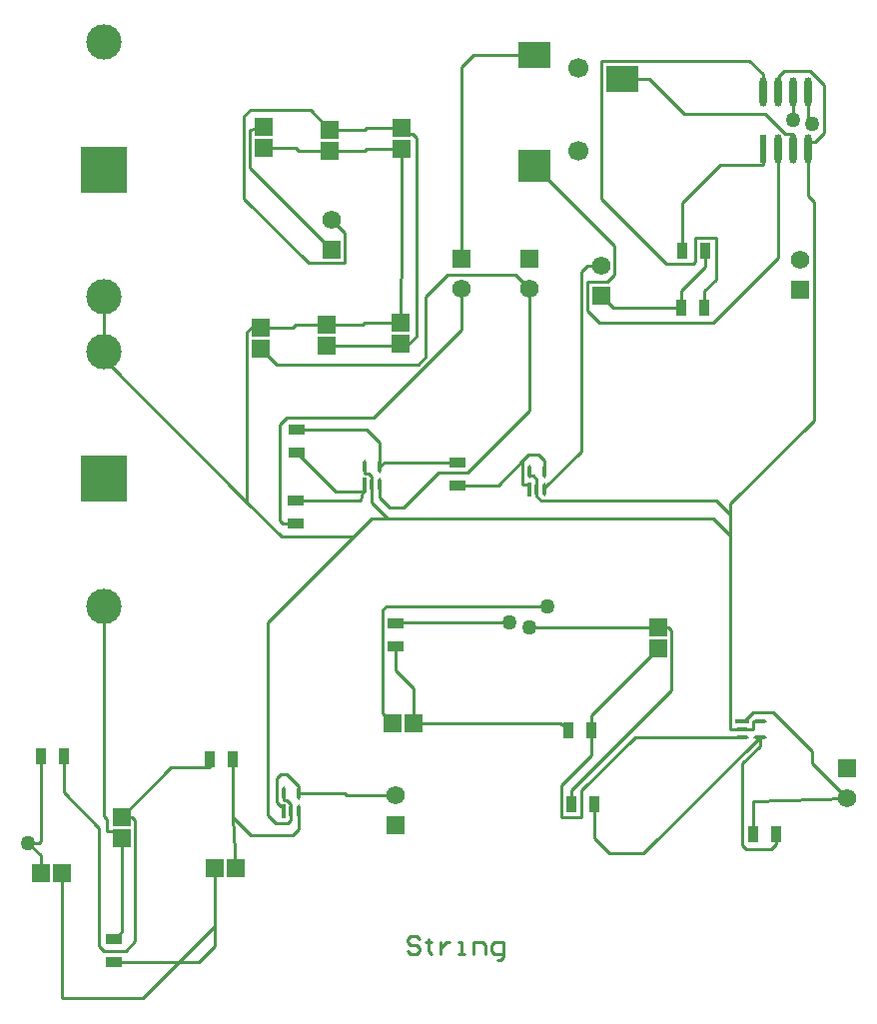
<source format=gtl>
G04*
G04 #@! TF.GenerationSoftware,Altium Limited,Altium Designer,21.5.1 (32)*
G04*
G04 Layer_Physical_Order=1*
G04 Layer_Color=255*
%FSLAX25Y25*%
%MOIN*%
G70*
G04*
G04 #@! TF.SameCoordinates,B2D6323A-8D7E-4EAA-9919-96392ECDF185*
G04*
G04*
G04 #@! TF.FilePolarity,Positive*
G04*
G01*
G75*
%ADD13C,0.01000*%
%ADD14R,0.15590X0.15590*%
%ADD15R,0.11024X0.08661*%
%ADD16R,0.11024X0.11024*%
G04:AMPARAMS|DCode=17|XSize=97.4mil|YSize=24.49mil|CornerRadius=12.25mil|HoleSize=0mil|Usage=FLASHONLY|Rotation=90.000|XOffset=0mil|YOffset=0mil|HoleType=Round|Shape=RoundedRectangle|*
%AMROUNDEDRECTD17*
21,1,0.09740,0.00000,0,0,90.0*
21,1,0.07291,0.02449,0,0,90.0*
1,1,0.02449,0.00000,0.03646*
1,1,0.02449,0.00000,-0.03646*
1,1,0.02449,0.00000,-0.03646*
1,1,0.02449,0.00000,0.03646*
%
%ADD17ROUNDEDRECTD17*%
%ADD18R,0.02449X0.09740*%
%ADD19R,0.06102X0.06102*%
%ADD20R,0.04583X0.01322*%
G04:AMPARAMS|DCode=21|XSize=45.83mil|YSize=13.22mil|CornerRadius=6.61mil|HoleSize=0mil|Usage=FLASHONLY|Rotation=0.000|XOffset=0mil|YOffset=0mil|HoleType=Round|Shape=RoundedRectangle|*
%AMROUNDEDRECTD21*
21,1,0.04583,0.00000,0,0,0.0*
21,1,0.03260,0.01322,0,0,0.0*
1,1,0.01322,0.01630,0.00000*
1,1,0.01322,-0.01630,0.00000*
1,1,0.01322,-0.01630,0.00000*
1,1,0.01322,0.01630,0.00000*
%
%ADD21ROUNDEDRECTD21*%
%ADD22R,0.03740X0.05709*%
%ADD23R,0.06102X0.06102*%
%ADD24R,0.01322X0.04583*%
G04:AMPARAMS|DCode=25|XSize=45.83mil|YSize=13.22mil|CornerRadius=6.61mil|HoleSize=0mil|Usage=FLASHONLY|Rotation=90.000|XOffset=0mil|YOffset=0mil|HoleType=Round|Shape=RoundedRectangle|*
%AMROUNDEDRECTD25*
21,1,0.04583,0.00000,0,0,90.0*
21,1,0.03260,0.01322,0,0,90.0*
1,1,0.01322,0.00000,0.01630*
1,1,0.01322,0.00000,-0.01630*
1,1,0.01322,0.00000,-0.01630*
1,1,0.01322,0.00000,0.01630*
%
%ADD25ROUNDEDRECTD25*%
%ADD26R,0.05709X0.03740*%
%ADD33C,0.06181*%
%ADD34R,0.06181X0.06181*%
%ADD37C,0.11811*%
%ADD38C,0.06693*%
%ADD39C,0.05000*%
D13*
X17779Y64392D02*
Y92979D01*
X17193Y63806D02*
X17779Y64392D01*
X13689Y63806D02*
X17193D01*
X13689D02*
X17735Y59760D01*
Y53979D02*
Y59760D01*
X136279Y137317D02*
X136440Y137479D01*
X174279D01*
X125241Y181279D02*
X125779D01*
X116302D02*
X125241D01*
X125779Y183415D01*
X124456Y178156D02*
X125241Y181279D01*
X178579Y183579D02*
X180779D01*
X178579Y191479D02*
X180579Y193479D01*
X170402Y183301D02*
X178579Y191479D01*
X97779Y76079D02*
X98720D01*
X266279Y300579D02*
X268779D01*
X61379Y89079D02*
X74102D01*
X75779Y29479D02*
Y36079D01*
X63840Y24140D02*
X75779Y36079D01*
X51879Y12179D02*
X63840Y24140D01*
X70440D01*
X42279D02*
X63840D01*
X244640Y290179D02*
X258779D01*
X273779Y297779D02*
X276279D01*
X180779Y186379D02*
X182279D01*
X255579Y101920D02*
Y104479D01*
X247979Y173479D02*
Y177079D01*
Y166479D02*
Y173479D01*
X125779Y187279D02*
X127279D01*
X38963Y225395D02*
Y246186D01*
X128338Y172179D02*
X133638D01*
X93579Y137420D02*
X122238Y166079D01*
X86679Y177679D02*
X98279Y166079D01*
X38963Y225395D02*
X86679Y177679D01*
X98720Y78279D02*
X99979D01*
X180779Y136022D02*
X223779D01*
X251779Y104479D02*
X252579D01*
X255579Y107479D01*
X262379D01*
X275279Y94579D01*
Y90479D02*
Y94579D01*
Y90479D02*
X286779Y78979D01*
X255440Y66979D02*
Y77902D01*
X286779Y78979D01*
X102779Y178156D02*
X124456D01*
X103279Y194301D02*
X116302Y181279D01*
X125779D02*
Y183415D01*
X180779Y181915D02*
Y183579D01*
X178579D02*
Y191479D01*
X180579Y193479D02*
X183897D01*
X185897Y191479D01*
Y187979D02*
Y191479D01*
X156779Y183301D02*
X170402D01*
X182712Y289861D02*
X209379Y263193D01*
Y253479D02*
Y263193D01*
X206979Y251079D02*
X209379Y253479D01*
X200179Y251079D02*
X206979D01*
X200179Y241479D02*
Y251079D01*
Y241479D02*
X204079Y237579D01*
X242279D01*
X263779Y259079D01*
Y295466D01*
X81779Y72597D02*
X82865Y55479D01*
X98279Y166079D02*
X122238D01*
X242279Y172179D02*
X247979Y166479D01*
X38779Y227998D02*
X38963Y225395D01*
X247979Y101920D02*
Y166479D01*
X88222Y236022D02*
X91279D01*
X86679Y234479D02*
X88222Y236022D01*
X86679Y177679D02*
Y234479D01*
X122238Y166079D02*
X128338Y172179D01*
X101279Y71579D02*
Y74447D01*
X100279Y70579D02*
X101279Y71579D01*
X96279Y70579D02*
X100279D01*
X93579Y73279D02*
X96279Y70579D01*
X93579Y73279D02*
Y137420D01*
X128338Y177479D02*
Y183415D01*
Y177479D02*
X133638Y172179D01*
X242279D01*
X183338Y179479D02*
Y181915D01*
Y179479D02*
X184738Y178079D01*
X243379D01*
X247979Y173479D01*
Y101920D02*
X251779D01*
X263779Y314491D02*
Y319479D01*
X265879Y321579D01*
X274479D01*
X279279Y316779D01*
Y300779D02*
Y316779D01*
X276279Y297779D02*
X279279Y300779D01*
X273779Y295466D02*
Y297779D01*
Y305379D02*
Y314491D01*
Y305379D02*
X275279Y303879D01*
X231940Y261479D02*
Y277479D01*
X244640Y290179D01*
X258779D02*
Y295466D01*
X239617Y256325D02*
Y261479D01*
X231602Y248309D02*
X239617Y256325D01*
X231602Y242479D02*
Y248309D01*
X239279Y242479D02*
Y248179D01*
X243079Y251979D01*
Y265879D01*
X236179D02*
X243079D01*
X236179Y257779D02*
Y265879D01*
X235479Y257079D02*
X236179Y257779D01*
X226679Y257079D02*
X235479D01*
X204779Y278979D02*
X226679Y257079D01*
X204779Y278979D02*
Y324979D01*
X254279D01*
X258779Y320479D01*
Y314491D02*
Y320479D01*
X44779Y72479D02*
X48379D01*
X49379Y71479D01*
Y31079D02*
Y71479D01*
X46279Y27979D02*
X49379Y31079D01*
X38879Y27979D02*
X46279D01*
X37379Y29479D02*
X38879Y27979D01*
X37379Y29479D02*
Y68979D01*
X25456Y80901D02*
X37379Y68979D01*
X25456Y80901D02*
Y92979D01*
X70440Y24140D02*
X75779Y29479D01*
X38779Y72879D02*
Y142959D01*
Y72879D02*
X39779Y71879D01*
Y67879D02*
Y71879D01*
Y67879D02*
X42292D01*
X44779Y65392D01*
X208779Y242479D02*
X231602D01*
X204779Y246479D02*
X208779Y242479D01*
X211846Y318994D02*
X220963D01*
X232679Y307279D01*
X259579D01*
X266279Y300579D01*
X268779Y295466D02*
Y300579D01*
X24822Y12235D02*
Y53979D01*
Y12235D02*
X24879Y12179D01*
X51879D01*
X75779Y36079D02*
Y55479D01*
X176179Y253579D02*
X180779Y248979D01*
X153679Y253579D02*
X176179D01*
X146225Y246125D02*
X153679Y253579D01*
X146225Y226087D02*
Y246125D01*
X143817Y223679D02*
X146225Y226087D01*
X96535Y223679D02*
X143817D01*
X91279Y228936D02*
X96535Y223679D01*
X268779Y305279D02*
Y314491D01*
X44779Y34317D02*
Y65392D01*
X42279Y31817D02*
X44779Y34317D01*
X247979Y177079D02*
X275879Y204979D01*
Y277879D01*
X273779Y279979D02*
X275879Y277879D01*
X273779Y279979D02*
Y295466D01*
X133079Y142979D02*
X186779D01*
X131879Y141779D02*
X133079Y142979D01*
X131879Y107335D02*
Y141779D01*
Y107335D02*
X135235Y103979D01*
X98579Y170479D02*
X102779D01*
X97579Y171479D02*
X98579Y170479D01*
X97579Y171479D02*
Y203479D01*
X99979Y205879D01*
X128979D01*
X158279Y235179D01*
Y248979D01*
X185897Y181915D02*
Y182379D01*
X198179Y194660D01*
Y254379D01*
X200279Y256479D01*
X204779D01*
X87679Y289079D02*
X114779Y261979D01*
X87679Y289079D02*
Y301979D01*
X92279Y302979D01*
X223779Y136022D02*
X227279D01*
X228379Y134922D01*
Y114817D02*
Y134922D01*
X194940Y81379D02*
X228379Y114817D01*
X194940Y76979D02*
Y81379D01*
X180779Y208079D02*
Y248979D01*
X160079Y187379D02*
X180779Y208079D01*
X150424Y187379D02*
X160079D01*
X138815Y175770D02*
X150424Y187379D01*
X134279Y175770D02*
X138815D01*
X130897Y179152D02*
X134279Y175770D01*
X130897Y179152D02*
Y183415D01*
X201456Y93079D02*
Y101479D01*
X191479Y83101D02*
X201456Y93079D01*
X191479Y72579D02*
Y83101D01*
Y72579D02*
X198379D01*
Y81379D01*
X216361Y99361D01*
X251779D01*
X201456Y101479D02*
Y106613D01*
X223779Y128936D01*
X136279Y121579D02*
Y129640D01*
Y121579D02*
X142322Y115535D01*
Y103979D02*
Y115535D01*
Y103979D02*
X191279D01*
X193779Y101479D01*
X202617Y65479D02*
Y76979D01*
Y65479D02*
X207717Y60379D01*
X218860D01*
X257842Y99361D01*
Y96342D02*
Y99361D01*
X251979Y90479D02*
X257842Y96342D01*
X251979Y63079D02*
Y90479D01*
Y63079D02*
X253279Y61779D01*
X261417D01*
X263117Y63479D01*
Y66979D01*
X113279Y229936D02*
X137322D01*
X137779Y230392D01*
X140628D01*
X143179Y232943D01*
Y299079D01*
X141779Y300479D02*
X143179Y299079D01*
X140279Y300479D02*
X141779D01*
X138279Y302479D02*
X140279Y300479D01*
X126435Y302479D02*
X138279D01*
X125979Y302022D02*
X126435Y302479D01*
X114279Y302022D02*
X125979D01*
X107722Y308579D02*
X114279Y302022D01*
X87779Y308579D02*
X107722D01*
X85679Y306479D02*
X87779Y308579D01*
X85679Y278879D02*
Y306479D01*
Y278879D02*
X107179Y257379D01*
X119379D01*
Y267379D01*
X114779Y271979D02*
X119379Y267379D01*
X103279Y201979D02*
X126397D01*
X130897Y197479D01*
Y189479D02*
Y197479D01*
Y189479D02*
X132397Y190979D01*
X156779D01*
X98720Y74447D02*
Y76079D01*
X96479Y77379D02*
X97779Y76079D01*
X96479Y77379D02*
Y85579D01*
X97779Y86879D01*
X99779D01*
X103838Y82819D01*
Y80510D02*
Y82819D01*
Y80510D02*
X119247D01*
X119779Y79979D01*
X136279D01*
X44779Y72479D02*
X61379Y89079D01*
X74102D02*
Y91979D01*
X103838Y68656D02*
Y74447D01*
X101779Y66597D02*
X103838Y68656D01*
X87779Y66597D02*
X101779D01*
X81779Y72597D02*
X87779Y66597D01*
X81779Y72597D02*
Y91979D01*
X158279Y258979D02*
Y322868D01*
X162279Y326869D01*
X182712D01*
X101279Y74447D02*
Y76979D01*
X99979Y78279D02*
X101279Y76979D01*
X98720Y78279D02*
Y80510D01*
X91279Y236022D02*
X101779D01*
X102779Y237022D01*
X113279D01*
X128338Y183415D02*
Y186220D01*
X127279Y187279D02*
X128338Y186220D01*
X125779Y187279D02*
Y189479D01*
X113279Y237022D02*
X125279D01*
X125735Y237479D01*
X137779D01*
X138279Y266879D01*
Y295392D01*
X183338Y181915D02*
Y185320D01*
X182279Y186379D02*
X183338Y185320D01*
X180779Y186379D02*
Y187979D01*
X126435Y295392D02*
X138279D01*
X125979Y294935D02*
X126435Y295392D01*
X114279Y294935D02*
X125979D01*
X103735D02*
X114279D01*
X102779Y295892D02*
X103735Y294935D01*
X92279Y295892D02*
X102779D01*
X251779Y101920D02*
X255579D01*
Y104479D02*
X257842D01*
X144277Y31976D02*
X143278Y32976D01*
X141278D01*
X140279Y31976D01*
Y30977D01*
X141278Y29977D01*
X143278D01*
X144277Y28977D01*
Y27978D01*
X143278Y26978D01*
X141278D01*
X140279Y27978D01*
X147276Y31976D02*
Y30977D01*
X146277D01*
X148276D01*
X147276D01*
Y27978D01*
X148276Y26978D01*
X151275Y30977D02*
Y26978D01*
Y28977D01*
X152275Y29977D01*
X153275Y30977D01*
X154274D01*
X157273Y26978D02*
X159273D01*
X158273D01*
Y30977D01*
X157273D01*
X162272Y26978D02*
Y30977D01*
X165271D01*
X166270Y29977D01*
Y26978D01*
X170269Y24979D02*
X171269D01*
X172268Y25978D01*
Y30977D01*
X169269D01*
X168270Y29977D01*
Y27978D01*
X169269Y26978D01*
X172268D01*
D14*
X38779Y185479D02*
D03*
X38963Y288706D02*
D03*
D15*
X211846Y318994D02*
D03*
X182712Y326869D02*
D03*
D16*
Y289861D02*
D03*
D17*
X258779Y314491D02*
D03*
X263779D02*
D03*
X268779D02*
D03*
X273779D02*
D03*
Y295466D02*
D03*
X268779D02*
D03*
X263779D02*
D03*
D18*
X258779D02*
D03*
D19*
X223779Y128936D02*
D03*
Y136022D02*
D03*
X44779Y65392D02*
D03*
Y72479D02*
D03*
X92279Y302979D02*
D03*
Y295892D02*
D03*
X114279Y302022D02*
D03*
Y294935D02*
D03*
X138279Y302479D02*
D03*
Y295392D02*
D03*
X91279Y236022D02*
D03*
Y228936D02*
D03*
X113279Y237022D02*
D03*
Y229936D02*
D03*
X137779Y237479D02*
D03*
Y230392D02*
D03*
D20*
X251779Y104479D02*
D03*
D21*
Y101920D02*
D03*
Y99361D02*
D03*
X257842D02*
D03*
Y104479D02*
D03*
D22*
X263117Y66979D02*
D03*
X255440D02*
D03*
X194940Y76979D02*
D03*
X202617D02*
D03*
X17779Y92979D02*
D03*
X25456D02*
D03*
X239617Y261479D02*
D03*
X231940D02*
D03*
X231602Y242479D02*
D03*
X239279D02*
D03*
X193779Y101479D02*
D03*
X201456D02*
D03*
X74102Y91979D02*
D03*
X81779D02*
D03*
D23*
X135235Y103979D02*
D03*
X142322D02*
D03*
X82865Y55479D02*
D03*
X75779D02*
D03*
X17735Y53979D02*
D03*
X24822D02*
D03*
D24*
X98720Y74447D02*
D03*
X125779Y183415D02*
D03*
X180779Y181915D02*
D03*
D25*
X101279Y74447D02*
D03*
X103838D02*
D03*
Y80510D02*
D03*
X98720D02*
D03*
X128338Y183415D02*
D03*
X130897D02*
D03*
Y189479D02*
D03*
X125779D02*
D03*
X183338Y181915D02*
D03*
X185897D02*
D03*
Y187979D02*
D03*
X180779D02*
D03*
D26*
X42279Y31817D02*
D03*
Y24140D02*
D03*
X102779Y170479D02*
D03*
Y178156D02*
D03*
X136279Y129640D02*
D03*
Y137317D02*
D03*
X103279Y194301D02*
D03*
Y201979D02*
D03*
X156779Y190979D02*
D03*
Y183301D02*
D03*
D33*
X114779Y271979D02*
D03*
X271279Y258479D02*
D03*
X286779Y78979D02*
D03*
X136279Y79979D02*
D03*
X204779Y256479D02*
D03*
X180779Y248979D02*
D03*
X158279D02*
D03*
D34*
X114779Y261979D02*
D03*
X271279Y248479D02*
D03*
X286779Y88979D02*
D03*
X136279Y69979D02*
D03*
X204779Y246479D02*
D03*
X180779Y258979D02*
D03*
X158279D02*
D03*
D37*
X38779Y227998D02*
D03*
Y142959D02*
D03*
X38963Y331226D02*
D03*
Y246186D02*
D03*
D38*
X197279Y322538D02*
D03*
Y294979D02*
D03*
D39*
X13689Y63806D02*
D03*
X174279Y137479D02*
D03*
X180779Y136022D02*
D03*
X275279Y303879D02*
D03*
X268779Y305279D02*
D03*
X186779Y142979D02*
D03*
M02*

</source>
